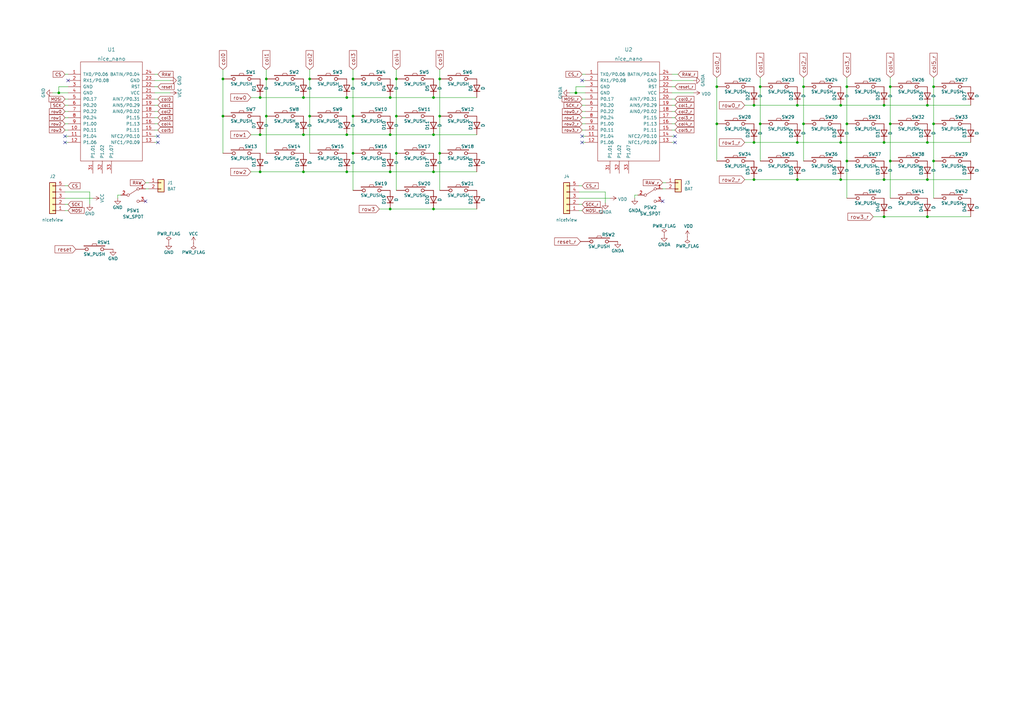
<source format=kicad_sch>
(kicad_sch (version 20211123) (generator eeschema)
  (paper "A3")
  (title_block (title "Corne Cherry") (date "2020-09-28") (rev "3.0.1") (company "foostan"))
  (lib_symbols
    (symbol "Connector_Generic:Conn_01x02" (pin_names (offset 1.016) hide)
      (property "Reference" "J" (at 0 2.54 0))
      (property "Value" "Conn_01x02" (at 0 -5.08 0))
      (symbol "Conn_01x02_1_1"
        (rectangle (start -1.27 -2.413) (end 0 -2.667) (stroke (width 0.1524)))
        (rectangle (start -1.27 0.127) (end 0 -0.127) (stroke (width 0.1524)))
        (rectangle (start -1.27 1.27) (end 1.27 -3.81) (stroke (width 0.254)) (fill (type background)))
        (pin passive line (at -5.08 0 0) (length 3.81) (name "Pin_1") (number "1"))
        (pin passive line (at -5.08 -2.54 0) (length 3.81) (name "Pin_2") (number "2"))
      )
    )
    (symbol "Connector_Generic:Conn_01x05" (pin_names (offset 1.016) hide)
      (property "Reference" "J" (at 0 7.62 0))
      (property "Value" "Conn_01x05" (at 0 -7.62 0))
      (symbol "Conn_01x05_1_1"
        (rectangle (start -1.27 -4.953) (end 0 -5.207) (stroke (width 0.1524)))
        (rectangle (start -1.27 -2.413) (end 0 -2.667) (stroke (width 0.1524)))
        (rectangle (start -1.27 0.127) (end 0 -0.127) (stroke (width 0.1524)))
        (rectangle (start -1.27 2.667) (end 0 2.413) (stroke (width 0.1524)))
        (rectangle (start -1.27 5.207) (end 0 4.953) (stroke (width 0.1524)))
        (rectangle (start -1.27 6.35) (end 1.27 -6.35) (stroke (width 0.254)) (fill (type background)))
        (pin passive line (at -5.08 5.08 0) (length 3.81) (name "Pin_1") (number "1"))
        (pin passive line (at -5.08 2.54 0) (length 3.81) (name "Pin_2") (number "2"))
        (pin passive line (at -5.08 0 0) (length 3.81) (name "Pin_3") (number "3"))
        (pin passive line (at -5.08 -2.54 0) (length 3.81) (name "Pin_4") (number "4"))
        (pin passive line (at -5.08 -5.08 0) (length 3.81) (name "Pin_5") (number "5"))
      )
    )
    (symbol "Device:D" (pin_numbers hide) (pin_names (offset 1.016) hide)
      (property "Reference" "D" (at 0 2.54 0))
      (property "Value" "D" (at 0 -2.54 0))
      (symbol "D_0_1"
        (polyline (pts (xy -1.27 1.27) (xy -1.27 -1.27)) (stroke (width 0.254)))
        (polyline (pts (xy 1.27 0) (xy -1.27 0)))
        (polyline (pts (xy 1.27 1.27) (xy 1.27 -1.27) (xy -1.27 0) (xy 1.27 1.27)) (stroke (width 0.254)))
      )
      (symbol "D_1_1"
        (pin passive line (at -3.81 0 0) (length 2.54) (name "K") (number "1"))
        (pin passive line (at 3.81 0 180) (length 2.54) (name "A") (number "2"))
      )
    )
    (symbol "Switch:SW_SPDT" (pin_names (offset 0) hide)
      (property "Reference" "SW" (at 0 4.318 0))
      (property "Value" "SW_SPDT" (at 0 -5.08 0))
      (symbol "SW_SPDT_0_0"
        (circle (center -2.032 0) (radius 0.508))
        (circle (center 2.032 -2.54) (radius 0.508))
      )
      (symbol "SW_SPDT_0_1"
        (polyline (pts (xy -1.524 0.254) (xy 1.651 2.286)))
        (circle (center 2.032 2.54) (radius 0.508))
      )
      (symbol "SW_SPDT_1_1"
        (pin passive line (at 5.08 2.54 180) (length 2.54) (name "A") (number "1"))
        (pin passive line (at -5.08 0 0) (length 2.54) (name "B") (number "2"))
        (pin passive line (at 5.08 -2.54 180) (length 2.54) (name "C") (number "3"))
      )
    )
    (symbol "kbd:SW_PUSH" (pin_numbers hide) (pin_names (offset 1.016) hide)
      (property "Reference" "SW" (at 3.81 2.794 0))
      (property "Value" "SW_PUSH" (at 0 -2.032 0))
      (symbol "SW_PUSH_0_1"
        (rectangle (start -4.318 1.27) (end 4.318 1.524))
        (polyline (pts (xy -1.016 1.524) (xy -0.762 2.286) (xy 0.762 2.286) (xy 1.016 1.524)))
        (pin passive inverted (at -7.62 0 0) (length 5.08) (name "1") (number "1"))
        (pin passive inverted (at 7.62 0 180) (length 5.08) (name "2") (number "2"))
      )
    )
    (symbol "nice_nano:nice_nano" (pin_names (offset 1.016))
      (property "Reference" "U" (at 0 0 0))
      (property "Value" "nice_nano" (at 0 2.54 0))
      (symbol "nice_nano_0_1"
        (rectangle (start -12.7 -21.59) (end 12.7 19.05))
      )
      (symbol "nice_nano_1_1"
        (pin input line (at -17.78 13.97 0) (length 5.08) (name "TX0/P0.06") (number "1"))
        (pin input line (at -17.78 -8.89 0) (length 5.08) (name "P0.11") (number "10"))
        (pin input line (at -17.78 -11.43 0) (length 5.08) (name "P1.04") (number "11"))
        (pin input line (at -17.78 -13.97 0) (length 5.08) (name "P1.06") (number "12"))
        (pin input line (at 17.78 -13.97 180) (length 5.08) (name "NFC1/P0.09") (number "13"))
        (pin input line (at 17.78 -11.43 180) (length 5.08) (name "NFC2/P0.10") (number "14"))
        (pin input line (at 17.78 -8.89 180) (length 5.08) (name "P1.11") (number "15"))
        (pin input line (at 17.78 -6.35 180) (length 5.08) (name "P1.13") (number "16"))
        (pin input line (at 17.78 -3.81 180) (length 5.08) (name "P1.15") (number "17"))
        (pin input line (at 17.78 -1.27 180) (length 5.08) (name "AIN0/P0.02") (number "18"))
        (pin input line (at 17.78 1.27 180) (length 5.08) (name "AIN5/P0.29") (number "19"))
        (pin input line (at -17.78 11.43 0) (length 5.08) (name "RX1/P0.08") (number "2"))
        (pin input line (at 17.78 3.81 180) (length 5.08) (name "AIN7/P0.31") (number "20"))
        (pin input line (at 17.78 6.35 180) (length 5.08) (name "VCC") (number "21"))
        (pin input line (at 17.78 8.89 180) (length 5.08) (name "RST") (number "22"))
        (pin input line (at 17.78 11.43 180) (length 5.08) (name "GND") (number "23"))
        (pin input line (at 17.78 13.97 180) (length 5.08) (name "BATIN/P0.04") (number "24"))
        (pin input line (at -17.78 8.89 0) (length 5.08) (name "GND") (number "3"))
        (pin input line (at -7.62 -26.67 90) (length 5.08) (name "P1.01") (number "31"))
        (pin input line (at -3.81 -26.67 90) (length 5.08) (name "P1.02") (number "32"))
        (pin input line (at 0 -26.67 90) (length 5.08) (name "P1.07") (number "33"))
        (pin input line (at -17.78 6.35 0) (length 5.08) (name "GND") (number "4"))
        (pin input line (at -17.78 3.81 0) (length 5.08) (name "P0.17") (number "5"))
        (pin input line (at -17.78 1.27 0) (length 5.08) (name "P0.20") (number "6"))
        (pin input line (at -17.78 -1.27 0) (length 5.08) (name "P0.22") (number "7"))
        (pin input line (at -17.78 -3.81 0) (length 5.08) (name "P0.24") (number "8"))
        (pin input line (at -17.78 -6.35 0) (length 5.08) (name "P1.00") (number "9"))
      )
    )
    (symbol "power:GND" (power) (pin_names (offset 0))
      (property "Value" "GND" (at 0 -3.81 0))
      (symbol "GND_0_1"
        (polyline (pts (xy 0 0) (xy 0 -1.27) (xy 1.27 -1.27) (xy 0 -2.54) (xy -1.27 -1.27) (xy 0 -1.27)))
      )
      (symbol "GND_1_1"
        (pin power_in line (at 0 0 270) (length 0) hide (name "GND") (number "1"))
      )
    )
    (symbol "power:GNDA" (power) (pin_names (offset 0))
      (property "Value" "GNDA" (at 0 -3.81 0))
      (symbol "GNDA_0_1"
        (polyline (pts (xy 0 0) (xy 0 -1.27) (xy 1.27 -1.27) (xy 0 -2.54) (xy -1.27 -1.27) (xy 0 -1.27)))
      )
      (symbol "GNDA_1_1"
        (pin power_in line (at 0 0 270) (length 0) hide (name "GNDA") (number "1"))
      )
    )
    (symbol "power:PWR_FLAG" (power) (pin_numbers hide) (pin_names (offset 0) hide)
      (property "Value" "PWR_FLAG" (at 0 3.81 0))
      (symbol "PWR_FLAG_0_0"
        (pin power_out line (at 0 0 90) (length 0) (name "pwr") (number "1"))
      )
      (symbol "PWR_FLAG_0_1"
        (polyline (pts (xy 0 0) (xy 0 1.27) (xy -1.016 1.905) (xy 0 2.54) (xy 1.016 1.905) (xy 0 1.27)))
      )
    )
    (symbol "power:VCC" (power) (pin_names (offset 0))
      (property "Value" "VCC" (at 0 3.81 0))
      (symbol "VCC_0_1"
        (polyline (pts (xy -0.762 1.27) (xy 0 2.54)))
        (polyline (pts (xy 0 0) (xy 0 2.54)))
        (polyline (pts (xy 0 2.54) (xy 0.762 1.27)))
      )
      (symbol "VCC_1_1"
        (pin power_in line (at 0 0 90) (length 0) hide (name "VCC") (number "1"))
      )
    )
    (symbol "power:VDD" (power) (pin_names (offset 0))
      (property "Value" "VDD" (at 0 3.81 0))
      (symbol "VDD_0_1"
        (polyline (pts (xy -0.762 1.27) (xy 0 2.54)))
        (polyline (pts (xy 0 0) (xy 0 2.54)))
        (polyline (pts (xy 0 2.54) (xy 0.762 1.27)))
      )
      (symbol "VDD_1_1"
        (pin power_in line (at 0 0 90) (length 0) hide (name "VDD") (number "1"))
      )
    )
  )
  (junction (at 162.56 62.865))
  (junction (at 109.22 47.625))
  (junction (at 365.125 66.04))
  (junction (at 180.34 47.625))
  (junction (at 124.46 55.245))
  (junction (at 347.345 66.04))
  (junction (at 160.02 40.005))
  (junction (at 127 47.625))
  (junction (at 106.68 70.485))
  (junction (at 160.02 85.725))
  (junction (at 382.905 35.56))
  (junction (at 160.02 55.245))
  (junction (at 380.365 58.42))
  (junction (at 177.8 40.005))
  (junction (at 327.025 73.66))
  (junction (at 362.585 73.66))
  (junction (at 380.365 43.18))
  (junction (at 362.585 58.42))
  (junction (at 329.565 50.8))
  (junction (at 162.56 47.625))
  (junction (at 327.025 58.42))
  (junction (at 294.005 50.8))
  (junction (at 91.44 32.385))
  (junction (at 124.46 70.485))
  (junction (at 347.345 35.56))
  (junction (at 327.025 43.18))
  (junction (at 329.565 35.56))
  (junction (at 309.245 43.18))
  (junction (at 344.805 58.42))
  (junction (at 162.56 32.385))
  (junction (at 124.46 40.005))
  (junction (at 177.8 85.725))
  (junction (at 106.68 55.245))
  (junction (at 142.24 55.245))
  (junction (at 362.585 88.9))
  (junction (at 109.22 32.385))
  (junction (at 180.34 62.865))
  (junction (at 177.8 70.485))
  (junction (at 91.44 47.625))
  (junction (at 380.365 88.9))
  (junction (at 311.785 50.8))
  (junction (at 127 32.385))
  (junction (at 236.22 38.1))
  (junction (at 309.245 58.42))
  (junction (at 294.005 35.56))
  (junction (at 347.345 50.8))
  (junction (at 24.13 38.1))
  (junction (at 365.125 50.8))
  (junction (at 344.805 43.18))
  (junction (at 160.02 70.485))
  (junction (at 144.78 32.385))
  (junction (at 365.125 35.56))
  (junction (at 309.245 73.66))
  (junction (at 311.785 35.56))
  (junction (at 382.905 50.8))
  (junction (at 177.8 55.245))
  (junction (at 106.68 40.005))
  (junction (at 180.34 32.385))
  (junction (at 380.365 73.66))
  (junction (at 142.24 40.005))
  (junction (at 382.905 66.04))
  (junction (at 344.805 73.66))
  (junction (at 144.78 47.625))
  (junction (at 362.585 43.18))
  (junction (at 142.24 70.485))
  (junction (at 144.78 62.865))
  (no_connect (at 238.76 33.02))
  (no_connect (at 271.78 82.55))
  (no_connect (at 238.76 58.42))
  (no_connect (at 27.94 33.02))
  (no_connect (at 26.67 58.42))
  (no_connect (at 238.76 55.88))
  (no_connect (at 64.77 58.42))
  (no_connect (at 276.86 55.88))
  (no_connect (at 26.67 55.88))
  (no_connect (at 276.86 58.42))
  (no_connect (at 64.77 55.88))
  (no_connect (at 59.69 82.55))
  (wire (pts (xy 91.44 28.575) (xy 91.44 32.385)))
  (wire (pts (xy 124.46 70.485) (xy 142.24 70.485)))
  (wire (pts (xy 238.76 30.48) (xy 240.03 30.48)))
  (wire (pts (xy 142.24 55.245) (xy 160.02 55.245)))
  (wire (pts (xy 276.86 40.64) (xy 275.59 40.64)))
  (wire (pts (xy 162.56 47.625) (xy 162.56 62.865)))
  (wire (pts (xy 36.83 83.82) (xy 36.83 78.74)))
  (wire (pts (xy 358.14 88.9) (xy 362.585 88.9)))
  (wire (pts (xy 327.025 58.42) (xy 344.805 58.42)))
  (wire (pts (xy 180.34 32.385) (xy 180.34 47.625)))
  (wire (pts (xy 238.76 43.18) (xy 240.03 43.18)))
  (wire (pts (xy 59.69 77.47) (xy 60.96 77.47)))
  (wire (pts (xy 144.78 32.385) (xy 144.78 47.625)))
  (wire (pts (xy 237.49 78.74) (xy 248.285 78.74)))
  (wire (pts (xy 64.77 40.64) (xy 63.5 40.64)))
  (wire (pts (xy 124.46 55.245) (xy 142.24 55.245)))
  (wire (pts (xy 347.345 31.75) (xy 347.345 35.56)))
  (wire (pts (xy 311.785 50.8) (xy 311.785 66.04)))
  (wire (pts (xy 91.44 47.625) (xy 91.44 62.865)))
  (wire (pts (xy 329.565 31.75) (xy 329.565 35.56)))
  (wire (pts (xy 26.67 53.34) (xy 27.94 53.34)))
  (wire (pts (xy 106.68 55.245) (xy 124.46 55.245)))
  (wire (pts (xy 26.67 45.72) (xy 27.94 45.72)))
  (wire (pts (xy 64.77 45.72) (xy 63.5 45.72)))
  (wire (pts (xy 260.35 80.01) (xy 261.62 80.01)))
  (wire (pts (xy 362.585 88.9) (xy 380.365 88.9)))
  (wire (pts (xy 327.025 73.66) (xy 344.805 73.66)))
  (wire (pts (xy 238.76 40.64) (xy 240.03 40.64)))
  (wire (pts (xy 109.22 47.625) (xy 109.22 62.865)))
  (wire (pts (xy 109.22 32.385) (xy 109.22 47.625)))
  (wire (pts (xy 102.87 70.485) (xy 106.68 70.485)))
  (wire (pts (xy 382.905 50.8) (xy 382.905 66.04)))
  (wire (pts (xy 26.67 81.28) (xy 38.1 81.28)))
  (wire (pts (xy 260.35 81.28) (xy 260.35 80.01)))
  (wire (pts (xy 271.78 77.47) (xy 273.05 77.47)))
  (wire (pts (xy 327.025 43.18) (xy 344.805 43.18)))
  (wire (pts (xy 64.77 50.8) (xy 63.5 50.8)))
  (wire (pts (xy 160.02 70.485) (xy 177.8 70.485)))
  (wire (pts (xy 64.77 43.18) (xy 63.5 43.18)))
  (wire (pts (xy 362.585 58.42) (xy 380.365 58.42)))
  (wire (pts (xy 238.76 53.34) (xy 240.03 53.34)))
  (wire (pts (xy 64.77 48.26) (xy 63.5 48.26)))
  (wire (pts (xy 24.13 35.56) (xy 24.13 38.1)))
  (wire (pts (xy 109.22 28.575) (xy 109.22 32.385)))
  (wire (pts (xy 236.22 35.56) (xy 236.22 38.1)))
  (wire (pts (xy 294.005 31.75) (xy 294.005 35.56)))
  (wire (pts (xy 347.345 35.56) (xy 347.345 50.8)))
  (wire (pts (xy 177.8 70.485) (xy 195.58 70.485)))
  (wire (pts (xy 276.86 35.56) (xy 275.59 35.56)))
  (wire (pts (xy 106.68 70.485) (xy 124.46 70.485)))
  (wire (pts (xy 177.8 55.245) (xy 195.58 55.245)))
  (wire (pts (xy 238.76 45.72) (xy 240.03 45.72)))
  (wire (pts (xy 365.125 50.8) (xy 365.125 66.04)))
  (wire (pts (xy 127 47.625) (xy 127 62.865)))
  (wire (pts (xy 64.77 30.48) (xy 63.5 30.48)))
  (wire (pts (xy 276.86 58.42) (xy 275.59 58.42)))
  (wire (pts (xy 27.94 76.2) (xy 26.67 76.2)))
  (wire (pts (xy 26.67 30.48) (xy 27.94 30.48)))
  (wire (pts (xy 362.585 43.18) (xy 380.365 43.18)))
  (wire (pts (xy 142.24 40.005) (xy 160.02 40.005)))
  (wire (pts (xy 26.67 43.18) (xy 27.94 43.18)))
  (wire (pts (xy 275.59 33.02) (xy 284.48 33.02)))
  (wire (pts (xy 142.24 70.485) (xy 160.02 70.485)))
  (wire (pts (xy 329.565 35.56) (xy 329.565 50.8)))
  (wire (pts (xy 127 32.385) (xy 127 47.625)))
  (wire (pts (xy 177.8 40.005) (xy 195.58 40.005)))
  (wire (pts (xy 63.5 33.02) (xy 69.85 33.02)))
  (wire (pts (xy 276.86 53.34) (xy 275.59 53.34)))
  (wire (pts (xy 365.125 66.04) (xy 365.125 81.28)))
  (wire (pts (xy 382.905 35.56) (xy 382.905 50.8)))
  (wire (pts (xy 365.125 31.75) (xy 365.125 35.56)))
  (wire (pts (xy 238.76 33.02) (xy 240.03 33.02)))
  (wire (pts (xy 102.87 55.245) (xy 106.68 55.245)))
  (wire (pts (xy 365.125 35.56) (xy 365.125 50.8)))
  (wire (pts (xy 347.345 66.04) (xy 347.345 81.28)))
  (wire (pts (xy 27.94 86.36) (xy 26.67 86.36)))
  (wire (pts (xy 180.34 62.865) (xy 180.34 78.105)))
  (wire (pts (xy 27.94 83.82) (xy 26.67 83.82)))
  (wire (pts (xy 144.78 47.625) (xy 144.78 62.865)))
  (wire (pts (xy 162.56 62.865) (xy 162.56 78.105)))
  (wire (pts (xy 380.365 73.66) (xy 398.145 73.66)))
  (wire (pts (xy 102.87 40.005) (xy 106.68 40.005)))
  (wire (pts (xy 344.805 58.42) (xy 362.585 58.42)))
  (wire (pts (xy 21.59 38.1) (xy 24.13 38.1)))
  (wire (pts (xy 278.13 30.48) (xy 275.59 30.48)))
  (wire (pts (xy 236.22 35.56) (xy 240.03 35.56)))
  (wire (pts (xy 344.805 43.18) (xy 362.585 43.18)))
  (wire (pts (xy 309.245 73.66) (xy 327.025 73.66)))
  (wire (pts (xy 305.435 43.18) (xy 309.245 43.18)))
  (wire (pts (xy 64.77 35.56) (xy 63.5 35.56)))
  (wire (pts (xy 305.435 73.66) (xy 309.245 73.66)))
  (wire (pts (xy 311.785 31.75) (xy 311.785 35.56)))
  (wire (pts (xy 106.68 40.005) (xy 124.46 40.005)))
  (wire (pts (xy 160.02 40.005) (xy 177.8 40.005)))
  (wire (pts (xy 64.77 53.34) (xy 63.5 53.34)))
  (wire (pts (xy 382.905 66.04) (xy 382.905 81.28)))
  (wire (pts (xy 64.77 58.42) (xy 63.5 58.42)))
  (wire (pts (xy 144.78 62.865) (xy 144.78 78.105)))
  (wire (pts (xy 276.86 45.72) (xy 275.59 45.72)))
  (wire (pts (xy 237.49 76.2) (xy 238.76 76.2)))
  (wire (pts (xy 305.435 58.42) (xy 309.245 58.42)))
  (wire (pts (xy 344.805 73.66) (xy 362.585 73.66)))
  (wire (pts (xy 238.76 55.88) (xy 240.03 55.88)))
  (wire (pts (xy 59.69 74.93) (xy 60.96 74.93)))
  (wire (pts (xy 48.26 80.01) (xy 49.53 80.01)))
  (wire (pts (xy 127 28.575) (xy 127 32.385)))
  (wire (pts (xy 177.8 85.725) (xy 195.58 85.725)))
  (wire (pts (xy 162.56 28.575) (xy 162.56 32.385)))
  (wire (pts (xy 26.67 40.64) (xy 27.94 40.64)))
  (wire (pts (xy 347.345 50.8) (xy 347.345 66.04)))
  (wire (pts (xy 276.86 43.18) (xy 275.59 43.18)))
  (wire (pts (xy 233.68 38.1) (xy 236.22 38.1)))
  (wire (pts (xy 160.02 55.245) (xy 177.8 55.245)))
  (wire (pts (xy 24.13 38.1) (xy 27.94 38.1)))
  (wire (pts (xy 309.245 58.42) (xy 327.025 58.42)))
  (wire (pts (xy 380.365 43.18) (xy 398.145 43.18)))
  (wire (pts (xy 64.77 55.88) (xy 63.5 55.88)))
  (wire (pts (xy 26.67 58.42) (xy 27.94 58.42)))
  (wire (pts (xy 238.76 83.82) (xy 237.49 83.82)))
  (wire (pts (xy 294.005 50.8) (xy 294.005 66.04)))
  (wire (pts (xy 236.22 38.1) (xy 240.03 38.1)))
  (wire (pts (xy 238.76 86.36) (xy 237.49 86.36)))
  (wire (pts (xy 180.34 28.575) (xy 180.34 32.385)))
  (wire (pts (xy 144.78 28.575) (xy 144.78 32.385)))
  (wire (pts (xy 380.365 58.42) (xy 398.145 58.42)))
  (wire (pts (xy 362.585 73.66) (xy 380.365 73.66)))
  (wire (pts (xy 26.67 78.74) (xy 36.83 78.74)))
  (wire (pts (xy 26.67 48.26) (xy 27.94 48.26)))
  (wire (pts (xy 124.46 40.005) (xy 142.24 40.005)))
  (wire (pts (xy 382.905 31.75) (xy 382.905 35.56)))
  (wire (pts (xy 276.86 50.8) (xy 275.59 50.8)))
  (wire (pts (xy 155.575 85.725) (xy 160.02 85.725)))
  (wire (pts (xy 63.5 38.1) (xy 69.85 38.1)))
  (wire (pts (xy 162.56 32.385) (xy 162.56 47.625)))
  (wire (pts (xy 24.13 35.56) (xy 27.94 35.56)))
  (wire (pts (xy 180.34 47.625) (xy 180.34 62.865)))
  (wire (pts (xy 329.565 50.8) (xy 329.565 66.04)))
  (wire (pts (xy 311.785 35.56) (xy 311.785 50.8)))
  (wire (pts (xy 48.26 81.28) (xy 48.26 80.01)))
  (wire (pts (xy 238.76 50.8) (xy 240.03 50.8)))
  (wire (pts (xy 91.44 32.385) (xy 91.44 47.625)))
  (wire (pts (xy 237.49 81.28) (xy 250.19 81.28)))
  (wire (pts (xy 275.59 38.1) (xy 284.48 38.1)))
  (wire (pts (xy 160.02 85.725) (xy 177.8 85.725)))
  (wire (pts (xy 380.365 88.9) (xy 398.145 88.9)))
  (wire (pts (xy 248.285 78.74) (xy 248.285 83.185)))
  (wire (pts (xy 238.76 48.26) (xy 240.03 48.26)))
  (wire (pts (xy 26.67 55.88) (xy 27.94 55.88)))
  (wire (pts (xy 294.005 35.56) (xy 294.005 50.8)))
  (wire (pts (xy 26.67 50.8) (xy 27.94 50.8)))
  (wire (pts (xy 271.78 74.93) (xy 273.05 74.93)))
  (wire (pts (xy 276.86 55.88) (xy 275.59 55.88)))
  (wire (pts (xy 309.245 43.18) (xy 327.025 43.18)))
  (wire (pts (xy 276.86 48.26) (xy 275.59 48.26)))
  (wire (pts (xy 238.76 58.42) (xy 240.03 58.42)))
  (global_label "col1" (shape input) (at 64.77 43.18 0) (effects (font (size 1.1938 1.1938))) (property "Intersheet References" "${INTERSHEET_REFS}" (effects hide)))
  (global_label "RAW" (shape input) (at 64.77 30.48 0) (property "Intersheet References" "${INTERSHEET_REFS}" (effects hide)))
  (global_label "reset" (shape input) (at 64.77 35.56 0) (effects (font (size 1.1938 1.1938))) (property "Intersheet References" "${INTERSHEET_REFS}" (effects hide)))
  (global_label "RAW" (shape input) (at 59.69 74.93 180) (property "Intersheet References" "${INTERSHEET_REFS}" (effects hide)))
  (global_label "col3" (shape input) (at 64.77 48.26 0) (effects (font (size 1.1938 1.1938))) (property "Intersheet References" "${INTERSHEET_REFS}" (effects hide)))
  (global_label "row2" (shape input) (at 26.67 50.8 180) (effects (font (size 1.1938 1.1938))) (property "Intersheet References" "${INTERSHEET_REFS}" (effects hide)))
  (global_label "row1_r" (shape input) (at 238.76 48.26 180) (effects (font (size 1.1938 1.1938))) (property "Intersheet References" "${INTERSHEET_REFS}" (effects hide)))
  (global_label "MOSI_r" (shape input) (at 238.76 40.64 180) (effects (font (size 1.1938 1.1938))) (property "Intersheet References" "${INTERSHEET_REFS}" (effects hide)))
  (global_label "col5_r" (shape input) (at 382.905 31.75 90) (effects (font (size 1.524 1.524))) (property "Intersheet References" "${INTERSHEET_REFS}" (effects hide)))
  (global_label "row0_r" (shape input) (at 305.435 43.18 180) (effects (font (size 1.524 1.524))) (property "Intersheet References" "${INTERSHEET_REFS}" (effects hide)))
  (global_label "RAW_r" (shape input) (at 278.13 30.48 0) (property "Intersheet References" "${INTERSHEET_REFS}" (effects hide)))
  (global_label "col5_r" (shape input) (at 276.86 53.34 0) (effects (font (size 1.1938 1.1938))) (property "Intersheet References" "${INTERSHEET_REFS}" (effects hide)))
  (global_label "col4" (shape input) (at 162.56 28.575 90) (effects (font (size 1.524 1.524))) (property "Intersheet References" "${INTERSHEET_REFS}" (effects hide)))
  (global_label "SCK_r" (shape input) (at 238.76 43.18 180) (effects (font (size 1.1938 1.1938))) (property "Intersheet References" "${INTERSHEET_REFS}" (effects hide)))
  (global_label "row0" (shape input) (at 26.67 45.72 180) (effects (font (size 1.1938 1.1938))) (property "Intersheet References" "${INTERSHEET_REFS}" (effects hide)))
  (global_label "MOSI_r" (shape input) (at 238.76 86.36 0) (effects (font (size 1.1938 1.1938))) (property "Intersheet References" "${INTERSHEET_REFS}" (effects hide)))
  (global_label "col0_r" (shape input) (at 294.005 31.75 90) (effects (font (size 1.524 1.524))) (property "Intersheet References" "${INTERSHEET_REFS}" (effects hide)))
  (global_label "col2" (shape input) (at 64.77 45.72 0) (effects (font (size 1.1938 1.1938))) (property "Intersheet References" "${INTERSHEET_REFS}" (effects hide)))
  (global_label "MOSI" (shape input) (at 27.94 86.36 0) (effects (font (size 1.1938 1.1938))) (property "Intersheet References" "${INTERSHEET_REFS}" (effects hide)))
  (global_label "row2" (shape input) (at 102.87 70.485 180) (effects (font (size 1.524 1.524))) (property "Intersheet References" "${INTERSHEET_REFS}" (effects hide)))
  (global_label "reset" (shape input) (at 31.115 102.235 180) (effects (font (size 1.524 1.524))) (property "Intersheet References" "${INTERSHEET_REFS}" (effects hide)))
  (global_label "col4_r" (shape input) (at 276.86 50.8 0) (effects (font (size 1.1938 1.1938))) (property "Intersheet References" "${INTERSHEET_REFS}" (effects hide)))
  (global_label "col2_r" (shape input) (at 329.565 31.75 90) (effects (font (size 1.524 1.524))) (property "Intersheet References" "${INTERSHEET_REFS}" (effects hide)))
  (global_label "SCK" (shape input) (at 27.94 83.82 0) (effects (font (size 1.1938 1.1938))) (property "Intersheet References" "${INTERSHEET_REFS}" (effects hide)))
  (global_label "col2_r" (shape input) (at 276.86 45.72 0) (effects (font (size 1.1938 1.1938))) (property "Intersheet References" "${INTERSHEET_REFS}" (effects hide)))
  (global_label "col0" (shape input) (at 91.44 28.575 90) (effects (font (size 1.524 1.524))) (property "Intersheet References" "${INTERSHEET_REFS}" (effects hide)))
  (global_label "CS_r" (shape input) (at 238.76 30.48 180) (property "Intersheet References" "${INTERSHEET_REFS}" (effects hide)))
  (global_label "col2" (shape input) (at 127 28.575 90) (effects (font (size 1.524 1.524))) (property "Intersheet References" "${INTERSHEET_REFS}" (effects hide)))
  (global_label "reset_r" (shape input) (at 276.86 35.56 0) (effects (font (size 1.1938 1.1938))) (property "Intersheet References" "${INTERSHEET_REFS}" (effects hide)))
  (global_label "col5" (shape input) (at 64.77 53.34 0) (effects (font (size 1.1938 1.1938))) (property "Intersheet References" "${INTERSHEET_REFS}" (effects hide)))
  (global_label "col1" (shape input) (at 109.22 28.575 90) (effects (font (size 1.524 1.524))) (property "Intersheet References" "${INTERSHEET_REFS}" (effects hide)))
  (global_label "col3_r" (shape input) (at 276.86 48.26 0) (effects (font (size 1.1938 1.1938))) (property "Intersheet References" "${INTERSHEET_REFS}" (effects hide)))
  (global_label "row3" (shape input) (at 26.67 53.34 180) (effects (font (size 1.1938 1.1938))) (property "Intersheet References" "${INTERSHEET_REFS}" (effects hide)))
  (global_label "row1" (shape input) (at 102.87 55.245 180) (effects (font (size 1.524 1.524))) (property "Intersheet References" "${INTERSHEET_REFS}" (effects hide)))
  (global_label "row1" (shape input) (at 26.67 48.26 180) (effects (font (size 1.1938 1.1938))) (property "Intersheet References" "${INTERSHEET_REFS}" (effects hide)))
  (global_label "row2_r" (shape input) (at 238.76 50.8 180) (effects (font (size 1.1938 1.1938))) (property "Intersheet References" "${INTERSHEET_REFS}" (effects hide)))
  (global_label "CS" (shape input) (at 27.94 76.2 0) (property "Intersheet References" "${INTERSHEET_REFS}" (effects hide)))
  (global_label "col4" (shape input) (at 64.77 50.8 0) (effects (font (size 1.1938 1.1938))) (property "Intersheet References" "${INTERSHEET_REFS}" (effects hide)))
  (global_label "col0_r" (shape input) (at 276.86 40.64 0) (effects (font (size 1.1938 1.1938))) (property "Intersheet References" "${INTERSHEET_REFS}" (effects hide)))
  (global_label "col0" (shape input) (at 64.77 40.64 0) (effects (font (size 1.1938 1.1938))) (property "Intersheet References" "${INTERSHEET_REFS}" (effects hide)))
  (global_label "col5" (shape input) (at 180.34 28.575 90) (effects (font (size 1.524 1.524))) (property "Intersheet References" "${INTERSHEET_REFS}" (effects hide)))
  (global_label "row3_r" (shape input) (at 238.76 53.34 180) (effects (font (size 1.1938 1.1938))) (property "Intersheet References" "${INTERSHEET_REFS}" (effects hide)))
  (global_label "CS" (shape input) (at 26.67 30.48 180) (property "Intersheet References" "${INTERSHEET_REFS}" (effects hide)))
  (global_label "row1_r" (shape input) (at 305.435 58.42 180) (effects (font (size 1.524 1.524))) (property "Intersheet References" "${INTERSHEET_REFS}" (effects hide)))
  (global_label "row0" (shape input) (at 102.87 40.005 180) (effects (font (size 1.524 1.524))) (property "Intersheet References" "${INTERSHEET_REFS}" (effects hide)))
  (global_label "SCK_r" (shape input) (at 238.76 83.82 0) (effects (font (size 1.1938 1.1938))) (property "Intersheet References" "${INTERSHEET_REFS}" (effects hide)))
  (global_label "reset_r" (shape input) (at 238.125 99.06 180) (effects (font (size 1.524 1.524))) (property "Intersheet References" "${INTERSHEET_REFS}" (effects hide)))
  (global_label "col3_r" (shape input) (at 347.345 31.75 90) (effects (font (size 1.524 1.524))) (property "Intersheet References" "${INTERSHEET_REFS}" (effects hide)))
  (global_label "row3" (shape input) (at 155.575 85.725 180) (effects (font (size 1.524 1.524))) (property "Intersheet References" "${INTERSHEET_REFS}" (effects hide)))
  (global_label "CS_r" (shape input) (at 238.76 76.2 0) (property "Intersheet References" "${INTERSHEET_REFS}" (effects hide)))
  (global_label "row0_r" (shape input) (at 238.76 45.72 180) (effects (font (size 1.1938 1.1938))) (property "Intersheet References" "${INTERSHEET_REFS}" (effects hide)))
  (global_label "col1_r" (shape input) (at 276.86 43.18 0) (effects (font (size 1.1938 1.1938))) (property "Intersheet References" "${INTERSHEET_REFS}" (effects hide)))
  (global_label "SCK" (shape input) (at 26.67 43.18 180) (effects (font (size 1.1938 1.1938))) (property "Intersheet References" "${INTERSHEET_REFS}" (effects hide)))
  (global_label "col4_r" (shape input) (at 365.125 31.75 90) (effects (font (size 1.524 1.524))) (property "Intersheet References" "${INTERSHEET_REFS}" (effects hide)))
  (global_label "col3" (shape input) (at 144.78 28.575 90) (effects (font (size 1.524 1.524))) (property "Intersheet References" "${INTERSHEET_REFS}" (effects hide)))
  (global_label "row2_r" (shape input) (at 305.435 73.66 180) (effects (font (size 1.524 1.524))) (property "Intersheet References" "${INTERSHEET_REFS}" (effects hide)))
  (global_label "col1_r" (shape input) (at 311.785 31.75 90) (effects (font (size 1.524 1.524))) (property "Intersheet References" "${INTERSHEET_REFS}" (effects hide)))
  (global_label "row3_r" (shape input) (at 358.14 88.9 180) (effects (font (size 1.524 1.524))) (property "Intersheet References" "${INTERSHEET_REFS}" (effects hide)))
  (global_label "RAW_r" (shape input) (at 271.78 74.93 180) (property "Intersheet References" "${INTERSHEET_REFS}" (effects hide)))
  (global_label "MOSI" (shape input) (at 26.67 40.64 180) (effects (font (size 1.1938 1.1938))) (property "Intersheet References" "${INTERSHEET_REFS}" (effects hide)))
  (symbol (lib_id "kbd:SW_PUSH") (at 116.84 32.385 0) (unit 1)
    (property "Reference" "SW2" (at 120.65 29.591 0))
    (property "Value" "SW_PUSH" (at 116.84 34.417 0))
    (property "Footprint" "kbd:ChocV1_V2_Hotswap" (effects hide))
  )
  (symbol (lib_id "Device:D") (at 124.46 36.195 90) (unit 1)
    (property "Reference" "D2" (at 121.92 36.195 0))
    (property "Value" "D" (at 127 36.195 0))
    (property "Footprint" "kbd:D3_SMD_v2" (effects hide))
  )
  (symbol (lib_id "kbd:SW_PUSH") (at 134.62 32.385 0) (unit 1)
    (property "Reference" "SW3" (at 138.43 29.591 0))
    (property "Value" "SW_PUSH" (at 134.62 34.417 0))
    (property "Footprint" "kbd:ChocV1_V2_Hotswap" (effects hide))
  )
  (symbol (lib_id "Device:D") (at 142.24 36.195 90) (unit 1)
    (property "Reference" "D3" (at 139.7 36.195 0))
    (property "Value" "D" (at 144.78 36.195 0))
    (property "Footprint" "kbd:D3_SMD_v2" (effects hide))
  )
  (symbol (lib_id "kbd:SW_PUSH") (at 152.4 32.385 0) (unit 1)
    (property "Reference" "SW4" (at 156.21 29.591 0))
    (property "Value" "SW_PUSH" (at 152.4 34.417 0))
    (property "Footprint" "kbd:ChocV1_V2_Hotswap" (effects hide))
  )
  (symbol (lib_id "kbd:SW_PUSH") (at 170.18 32.385 0) (unit 1)
    (property "Reference" "SW5" (at 173.99 29.591 0))
    (property "Value" "SW_PUSH" (at 170.18 34.417 0))
    (property "Footprint" "kbd:ChocV1_V2_Hotswap" (effects hide))
  )
  (symbol (lib_id "kbd:SW_PUSH") (at 187.96 32.385 0) (unit 1)
    (property "Reference" "SW6" (at 191.77 29.591 0))
    (property "Value" "SW_PUSH" (at 187.96 34.417 0))
    (property "Footprint" "kbd:ChocV1_V2_Hotswap" (effects hide))
  )
  (symbol (lib_id "Device:D") (at 160.02 36.195 90) (unit 1)
    (property "Reference" "D4" (at 157.48 36.195 0))
    (property "Value" "D" (at 162.56 36.195 0))
    (property "Footprint" "kbd:D3_SMD_v2" (effects hide))
  )
  (symbol (lib_id "Device:D") (at 177.8 36.195 90) (unit 1)
    (property "Reference" "D5" (at 175.26 36.195 0))
    (property "Value" "D" (at 180.34 36.195 0))
    (property "Footprint" "kbd:D3_SMD_v2" (effects hide))
  )
  (symbol (lib_id "Device:D") (at 195.58 36.195 90) (unit 1)
    (property "Reference" "D6" (at 193.04 36.195 0))
    (property "Value" "D" (at 198.12 36.195 0))
    (property "Footprint" "kbd:D3_SMD_v2" (effects hide))
  )
  (symbol (lib_id "kbd:SW_PUSH") (at 99.06 32.385 0) (unit 1)
    (property "Reference" "SW1" (at 102.87 29.591 0))
    (property "Value" "SW_PUSH" (at 99.06 34.417 0))
    (property "Footprint" "kbd:ChocV1_V2_Hotswap" (effects hide))
  )
  (symbol (lib_id "Device:D") (at 106.68 36.195 90) (unit 1)
    (property "Reference" "D1" (at 104.14 36.195 0))
    (property "Value" "D" (at 109.22 36.195 0))
    (property "Footprint" "kbd:D3_SMD_v2" (effects hide))
  )
  (symbol (lib_id "kbd:SW_PUSH") (at 116.84 47.625 0) (unit 1)
    (property "Reference" "SW8" (at 120.65 44.831 0))
    (property "Value" "SW_PUSH" (at 116.84 49.657 0))
    (property "Footprint" "kbd:ChocV1_V2_Hotswap" (effects hide))
  )
  (symbol (lib_id "Device:D") (at 124.46 51.435 90) (unit 1)
    (property "Reference" "D8" (at 121.92 51.435 0))
    (property "Value" "D" (at 127 51.435 0))
    (property "Footprint" "kbd:D3_SMD_v2" (effects hide))
  )
  (symbol (lib_id "kbd:SW_PUSH") (at 134.62 47.625 0) (unit 1)
    (property "Reference" "SW9" (at 138.43 44.831 0))
    (property "Value" "SW_PUSH" (at 134.62 49.657 0))
    (property "Footprint" "kbd:ChocV1_V2_Hotswap" (effects hide))
  )
  (symbol (lib_id "Device:D") (at 142.24 51.435 90) (unit 1)
    (property "Reference" "D9" (at 139.7 51.435 0))
    (property "Value" "D" (at 144.78 51.435 0))
    (property "Footprint" "kbd:D3_SMD_v2" (effects hide))
  )
  (symbol (lib_id "kbd:SW_PUSH") (at 152.4 47.625 0) (unit 1)
    (property "Reference" "SW10" (at 156.21 44.831 0))
    (property "Value" "SW_PUSH" (at 152.4 49.657 0))
    (property "Footprint" "kbd:ChocV1_V2_Hotswap" (effects hide))
  )
  (symbol (lib_id "kbd:SW_PUSH") (at 170.18 47.625 0) (unit 1)
    (property "Reference" "SW11" (at 173.99 44.831 0))
    (property "Value" "SW_PUSH" (at 170.18 49.657 0))
    (property "Footprint" "kbd:ChocV1_V2_Hotswap" (effects hide))
  )
  (symbol (lib_id "kbd:SW_PUSH") (at 187.96 47.625 0) (unit 1)
    (property "Reference" "SW12" (at 191.77 44.831 0))
    (property "Value" "SW_PUSH" (at 187.96 49.657 0))
    (property "Footprint" "kbd:ChocV1_V2_Hotswap" (effects hide))
  )
  (symbol (lib_id "Device:D") (at 160.02 51.435 90) (unit 1)
    (property "Reference" "D10" (at 157.48 51.435 0))
    (property "Value" "D" (at 162.56 51.435 0))
    (property "Footprint" "kbd:D3_SMD_v2" (effects hide))
  )
  (symbol (lib_id "Device:D") (at 177.8 51.435 90) (unit 1)
    (property "Reference" "D11" (at 175.26 51.435 0))
    (property "Value" "D" (at 180.34 51.435 0))
    (property "Footprint" "kbd:D3_SMD_v2" (effects hide))
  )
  (symbol (lib_id "Device:D") (at 195.58 51.435 90) (unit 1)
    (property "Reference" "D12" (at 193.04 51.435 0))
    (property "Value" "D" (at 198.12 51.435 0))
    (property "Footprint" "kbd:D3_SMD_v2" (effects hide))
  )
  (symbol (lib_id "kbd:SW_PUSH") (at 99.06 47.625 0) (unit 1)
    (property "Reference" "SW7" (at 102.87 44.831 0))
    (property "Value" "SW_PUSH" (at 99.06 49.657 0))
    (property "Footprint" "kbd:ChocV1_V2_Hotswap" (effects hide))
  )
  (symbol (lib_id "Device:D") (at 106.68 51.435 90) (unit 1)
    (property "Reference" "D7" (at 104.14 51.435 0))
    (property "Value" "D" (at 109.22 51.435 0))
    (property "Footprint" "kbd:D3_SMD_v2" (effects hide))
  )
  (symbol (lib_id "kbd:SW_PUSH") (at 116.84 62.865 0) (unit 1)
    (property "Reference" "SW14" (at 120.65 60.071 0))
    (property "Value" "SW_PUSH" (at 116.84 64.897 0))
    (property "Footprint" "kbd:ChocV1_V2_Hotswap" (effects hide))
  )
  (symbol (lib_id "Device:D") (at 124.46 66.675 90) (unit 1)
    (property "Reference" "D14" (at 121.92 66.675 0))
    (property "Value" "D" (at 127 66.675 0))
    (property "Footprint" "kbd:D3_SMD_v2" (effects hide))
  )
  (symbol (lib_id "kbd:SW_PUSH") (at 134.62 62.865 0) (unit 1)
    (property "Reference" "SW15" (at 138.43 60.071 0))
    (property "Value" "SW_PUSH" (at 134.62 64.897 0))
    (property "Footprint" "kbd:ChocV1_V2_Hotswap" (effects hide))
  )
  (symbol (lib_id "Device:D") (at 142.24 66.675 90) (unit 1)
    (property "Reference" "D15" (at 139.7 66.675 0))
    (property "Value" "D" (at 144.78 66.675 0))
    (property "Footprint" "kbd:D3_SMD_v2" (effects hide))
  )
  (symbol (lib_id "kbd:SW_PUSH") (at 152.4 62.865 0) (unit 1)
    (property "Reference" "SW16" (at 156.21 60.071 0))
    (property "Value" "SW_PUSH" (at 152.4 64.897 0))
    (property "Footprint" "kbd:ChocV1_V2_Hotswap" (effects hide))
  )
  (symbol (lib_id "kbd:SW_PUSH") (at 170.18 62.865 0) (unit 1)
    (property "Reference" "SW17" (at 173.99 60.071 0))
    (property "Value" "SW_PUSH" (at 170.18 64.897 0))
    (property "Footprint" "kbd:ChocV1_V2_Hotswap" (effects hide))
  )
  (symbol (lib_id "kbd:SW_PUSH") (at 187.96 62.865 0) (unit 1)
    (property "Reference" "SW18" (at 191.77 60.071 0))
    (property "Value" "SW_PUSH" (at 187.96 64.897 0))
    (property "Footprint" "kbd:ChocV1_V2_Hotswap" (effects hide))
  )
  (symbol (lib_id "Device:D") (at 160.02 66.675 90) (unit 1)
    (property "Reference" "D16" (at 157.48 66.675 0))
    (property "Value" "D" (at 162.56 66.675 0))
    (property "Footprint" "kbd:D3_SMD_v2" (effects hide))
  )
  (symbol (lib_id "Device:D") (at 177.8 66.675 90) (unit 1)
    (property "Reference" "D17" (at 175.26 66.675 0))
    (property "Value" "D" (at 180.34 66.675 0))
    (property "Footprint" "kbd:D3_SMD_v2" (effects hide))
  )
  (symbol (lib_id "Device:D") (at 195.58 66.675 90) (unit 1)
    (property "Reference" "D18" (at 193.04 66.675 0))
    (property "Value" "D" (at 198.12 66.675 0))
    (property "Footprint" "kbd:D3_SMD_v2" (effects hide))
  )
  (symbol (lib_id "kbd:SW_PUSH") (at 99.06 62.865 0) (unit 1)
    (property "Reference" "SW13" (at 102.87 60.071 0))
    (property "Value" "SW_PUSH" (at 99.06 64.897 0))
    (property "Footprint" "kbd:ChocV1_V2_Hotswap" (effects hide))
  )
  (symbol (lib_id "Device:D") (at 106.68 66.675 90) (unit 1)
    (property "Reference" "D13" (at 104.14 66.675 0))
    (property "Value" "D" (at 109.22 66.675 0))
    (property "Footprint" "kbd:D3_SMD_v2" (effects hide))
  )
  (symbol (lib_id "kbd:SW_PUSH") (at 170.18 78.105 0) (unit 1)
    (property "Reference" "SW20" (at 173.99 75.311 0))
    (property "Value" "SW_PUSH" (at 170.18 80.137 0))
    (property "Footprint" "kbd:ChocV1_V2_Hotswap" (effects hide))
  )
  (symbol (lib_id "Device:D") (at 177.8 81.915 90) (unit 1)
    (property "Reference" "D20" (at 175.26 81.915 0))
    (property "Value" "D" (at 180.34 81.915 0))
    (property "Footprint" "kbd:D3_SMD_v2" (effects hide))
  )
  (symbol (lib_id "kbd:SW_PUSH") (at 187.96 78.105 0) (unit 1)
    (property "Reference" "SW21" (at 191.77 75.311 0))
    (property "Value" "SW_PUSH" (at 187.96 80.137 0))
    (property "Footprint" "kbd:ChocV1_V2_Hotswap_1.5u" (effects hide))
  )
  (symbol (lib_id "Device:D") (at 195.58 81.915 90) (unit 1)
    (property "Reference" "D21" (at 193.04 81.915 0))
    (property "Value" "D" (at 198.12 81.915 0))
    (property "Footprint" "kbd:D3_SMD_v2" (effects hide))
  )
  (symbol (lib_id "kbd:SW_PUSH") (at 152.4 78.105 0) (unit 1)
    (property "Reference" "SW19" (at 156.21 75.311 0))
    (property "Value" "SW_PUSH" (at 152.4 80.137 0))
    (property "Footprint" "kbd:ChocV1_V2_Hotswap" (effects hide))
  )
  (symbol (lib_id "Device:D") (at 160.02 81.915 90) (unit 1)
    (property "Reference" "D19" (at 157.48 81.915 0))
    (property "Value" "D" (at 162.56 81.915 0))
    (property "Footprint" "kbd:D3_SMD_v2" (effects hide))
  )
  (symbol (lib_id "power:GND") (at 69.85 33.02 90) (unit 1)
    (property "Reference" "#PWR07" (effects hide))
    (property "Value" "GND" (at 73.66 33.02 0))
  )
  (symbol (lib_id "power:VCC") (at 69.85 38.1 270) (unit 1)
    (property "Reference" "#PWR09" (effects hide))
    (property "Value" "VCC" (at 73.66 38.1 0))
  )
  (symbol (lib_id "power:GND") (at 21.59 38.1 270) (unit 1)
    (property "Reference" "#PWR08" (effects hide))
    (property "Value" "GND" (at 17.78 38.1 0))
  )
  (symbol (lib_id "power:GND") (at 69.215 99.695 0) (unit 1)
    (property "Reference" "#PWR04" (effects hide))
    (property "Value" "GND" (at 69.215 103.505 0))
  )
  (symbol (lib_id "power:VCC") (at 79.375 99.695 0) (unit 1)
    (property "Reference" "#PWR05" (effects hide))
    (property "Value" "VCC" (at 79.375 95.885 0))
  )
  (symbol (lib_id "power:PWR_FLAG") (at 79.375 99.695 180) (unit 1)
    (property "Reference" "#FLG02" (effects hide))
    (property "Value" "PWR_FLAG" (at 79.375 103.505 0))
  )
  (symbol (lib_id "power:PWR_FLAG") (at 69.215 99.695 0) (unit 1)
    (property "Reference" "#FLG01" (effects hide))
    (property "Value" "PWR_FLAG" (at 69.215 95.885 0))
  )
  (symbol (lib_id "kbd:SW_PUSH") (at 38.735 102.235 0) (unit 1)
    (property "Reference" "RSW1" (at 42.545 99.441 0))
    (property "Value" "SW_PUSH" (at 38.735 104.267 0))
    (property "Footprint" "keeblib:alps_sksn" (effects hide))
  )
  (symbol (lib_id "power:GND") (at 46.355 102.235 0) (unit 1)
    (property "Reference" "#PWR06" (effects hide))
    (property "Value" "GND" (at 46.355 106.045 0))
  )
  (symbol (lib_id "power:GND") (at 36.83 83.82 0) (unit 1)
    (property "Reference" "#PWR013" (effects hide))
    (property "Value" "GND" (at 36.83 87.63 0))
  )
  (symbol (lib_id "power:VCC") (at 38.1 81.28 270) (unit 1)
    (property "Reference" "#PWR012" (effects hide))
    (property "Value" "VCC" (at 41.91 81.28 0))
  )
  (symbol (lib_id "kbd:SW_PUSH") (at 319.405 35.56 0) (unit 1)
    (property "Reference" "SW23" (at 323.215 32.766 0))
    (property "Value" "SW_PUSH" (at 319.405 37.592 0))
    (property "Footprint" "kbd:ChocV1_V2_Hotswap" (effects hide))
  )
  (symbol (lib_id "Device:D") (at 327.025 39.37 90) (unit 1)
    (property "Reference" "D23" (at 324.485 39.37 0))
    (property "Value" "D" (at 329.565 39.37 0))
    (property "Footprint" "kbd:D3_SMD_v2" (effects hide))
  )
  (symbol (lib_id "kbd:SW_PUSH") (at 337.185 35.56 0) (unit 1)
    (property "Reference" "SW24" (at 340.995 32.766 0))
    (property "Value" "SW_PUSH" (at 337.185 37.592 0))
    (property "Footprint" "kbd:ChocV1_V2_Hotswap" (effects hide))
  )
  (symbol (lib_id "Device:D") (at 344.805 39.37 90) (unit 1)
    (property "Reference" "D24" (at 342.265 39.37 0))
    (property "Value" "D" (at 347.345 39.37 0))
    (property "Footprint" "kbd:D3_SMD_v2" (effects hide))
  )
  (symbol (lib_id "kbd:SW_PUSH") (at 354.965 35.56 0) (unit 1)
    (property "Reference" "SW25" (at 358.775 32.766 0))
    (property "Value" "SW_PUSH" (at 354.965 37.592 0))
    (property "Footprint" "kbd:ChocV1_V2_Hotswap" (effects hide))
  )
  (symbol (lib_id "kbd:SW_PUSH") (at 372.745 35.56 0) (unit 1)
    (property "Reference" "SW26" (at 376.555 32.766 0))
    (property "Value" "SW_PUSH" (at 372.745 37.592 0))
    (property "Footprint" "kbd:ChocV1_V2_Hotswap" (effects hide))
  )
  (symbol (lib_id "kbd:SW_PUSH") (at 390.525 35.56 0) (unit 1)
    (property "Reference" "SW27" (at 394.335 32.766 0))
    (property "Value" "SW_PUSH" (at 390.525 37.592 0))
    (property "Footprint" "kbd:ChocV1_V2_Hotswap" (effects hide))
  )
  (symbol (lib_id "Device:D") (at 362.585 39.37 90) (unit 1)
    (property "Reference" "D25" (at 360.045 39.37 0))
    (property "Value" "D" (at 365.125 39.37 0))
    (property "Footprint" "kbd:D3_SMD_v2" (effects hide))
  )
  (symbol (lib_id "Device:D") (at 380.365 39.37 90) (unit 1)
    (property "Reference" "D26" (at 377.825 39.37 0))
    (property "Value" "D" (at 382.905 39.37 0))
    (property "Footprint" "kbd:D3_SMD_v2" (effects hide))
  )
  (symbol (lib_id "Device:D") (at 398.145 39.37 90) (unit 1)
    (property "Reference" "D27" (at 395.605 39.37 0))
    (property "Value" "D" (at 400.685 39.37 0))
    (property "Footprint" "kbd:D3_SMD_v2" (effects hide))
  )
  (symbol (lib_id "kbd:SW_PUSH") (at 301.625 35.56 0) (unit 1)
    (property "Reference" "SW22" (at 305.435 32.766 0))
    (property "Value" "SW_PUSH" (at 301.625 37.592 0))
    (property "Footprint" "kbd:ChocV1_V2_Hotswap" (effects hide))
  )
  (symbol (lib_id "Device:D") (at 309.245 39.37 90) (unit 1)
    (property "Reference" "D22" (at 306.705 39.37 0))
    (property "Value" "D" (at 311.785 39.37 0))
    (property "Footprint" "kbd:D3_SMD_v2" (effects hide))
  )
  (symbol (lib_id "kbd:SW_PUSH") (at 319.405 50.8 0) (unit 1)
    (property "Reference" "SW29" (at 323.215 48.006 0))
    (property "Value" "SW_PUSH" (at 319.405 52.832 0))
    (property "Footprint" "kbd:ChocV1_V2_Hotswap" (effects hide))
  )
  (symbol (lib_id "Device:D") (at 327.025 54.61 90) (unit 1)
    (property "Reference" "D29" (at 324.485 54.61 0))
    (property "Value" "D" (at 329.565 54.61 0))
    (property "Footprint" "kbd:D3_SMD_v2" (effects hide))
  )
  (symbol (lib_id "kbd:SW_PUSH") (at 337.185 50.8 0) (unit 1)
    (property "Reference" "SW30" (at 340.995 48.006 0))
    (property "Value" "SW_PUSH" (at 337.185 52.832 0))
    (property "Footprint" "kbd:ChocV1_V2_Hotswap" (effects hide))
  )
  (symbol (lib_id "Device:D") (at 344.805 54.61 90) (unit 1)
    (property "Reference" "D30" (at 342.265 54.61 0))
    (property "Value" "D" (at 347.345 54.61 0))
    (property "Footprint" "kbd:D3_SMD_v2" (effects hide))
  )
  (symbol (lib_id "kbd:SW_PUSH") (at 354.965 50.8 0) (unit 1)
    (property "Reference" "SW31" (at 358.775 48.006 0))
    (property "Value" "SW_PUSH" (at 354.965 52.832 0))
    (property "Footprint" "kbd:ChocV1_V2_Hotswap" (effects hide))
  )
  (symbol (lib_id "kbd:SW_PUSH") (at 372.745 50.8 0) (unit 1)
    (property "Reference" "SW32" (at 376.555 48.006 0))
    (property "Value" "SW_PUSH" (at 372.745 52.832 0))
    (property "Footprint" "kbd:ChocV1_V2_Hotswap" (effects hide))
  )
  (symbol (lib_id "kbd:SW_PUSH") (at 390.525 50.8 0) (unit 1)
    (property "Reference" "SW33" (at 394.335 48.006 0))
    (property "Value" "SW_PUSH" (at 390.525 52.832 0))
    (property "Footprint" "kbd:ChocV1_V2_Hotswap" (effects hide))
  )
  (symbol (lib_id "Device:D") (at 362.585 54.61 90) (unit 1)
    (property "Reference" "D31" (at 360.045 54.61 0))
    (property "Value" "D" (at 365.125 54.61 0))
    (property "Footprint" "kbd:D3_SMD_v2" (effects hide))
  )
  (symbol (lib_id "Device:D") (at 380.365 54.61 90) (unit 1)
    (property "Reference" "D32" (at 377.825 54.61 0))
    (property "Value" "D" (at 382.905 54.61 0))
    (property "Footprint" "kbd:D3_SMD_v2" (effects hide))
  )
  (symbol (lib_id "Device:D") (at 398.145 54.61 90) (unit 1)
    (property "Reference" "D33" (at 395.605 54.61 0))
    (property "Value" "D" (at 400.685 54.61 0))
    (property "Footprint" "kbd:D3_SMD_v2" (effects hide))
  )
  (symbol (lib_id "kbd:SW_PUSH") (at 301.625 50.8 0) (unit 1)
    (property "Reference" "SW28" (at 305.435 48.006 0))
    (property "Value" "SW_PUSH" (at 301.625 52.832 0))
    (property "Footprint" "kbd:ChocV1_V2_Hotswap" (effects hide))
  )
  (symbol (lib_id "Device:D") (at 309.245 54.61 90) (unit 1)
    (property "Reference" "D28" (at 306.705 54.61 0))
    (property "Value" "D" (at 311.785 54.61 0))
    (property "Footprint" "kbd:D3_SMD_v2" (effects hide))
  )
  (symbol (lib_id "kbd:SW_PUSH") (at 319.405 66.04 0) (unit 1)
    (property "Reference" "SW35" (at 323.215 63.246 0))
    (property "Value" "SW_PUSH" (at 319.405 68.072 0))
    (property "Footprint" "kbd:ChocV1_V2_Hotswap" (effects hide))
  )
  (symbol (lib_id "Device:D") (at 327.025 69.85 90) (unit 1)
    (property "Reference" "D35" (at 324.485 69.85 0))
    (property "Value" "D" (at 329.565 69.85 0))
    (property "Footprint" "kbd:D3_SMD_v2" (effects hide))
  )
  (symbol (lib_id "kbd:SW_PUSH") (at 337.185 66.04 0) (unit 1)
    (property "Reference" "SW36" (at 340.995 63.246 0))
    (property "Value" "SW_PUSH" (at 337.185 68.072 0))
    (property "Footprint" "kbd:ChocV1_V2_Hotswap" (effects hide))
  )
  (symbol (lib_id "Device:D") (at 344.805 69.85 90) (unit 1)
    (property "Reference" "D36" (at 342.265 69.85 0))
    (property "Value" "D" (at 347.345 69.85 0))
    (property "Footprint" "kbd:D3_SMD_v2" (effects hide))
  )
  (symbol (lib_id "kbd:SW_PUSH") (at 354.965 66.04 0) (unit 1)
    (property "Reference" "SW37" (at 358.775 63.246 0))
    (property "Value" "SW_PUSH" (at 354.965 68.072 0))
    (property "Footprint" "kbd:ChocV1_V2_Hotswap" (effects hide))
  )
  (symbol (lib_id "kbd:SW_PUSH") (at 372.745 66.04 0) (unit 1)
    (property "Reference" "SW38" (at 376.555 63.246 0))
    (property "Value" "SW_PUSH" (at 372.745 68.072 0))
    (property "Footprint" "kbd:ChocV1_V2_Hotswap" (effects hide))
  )
  (symbol (lib_id "kbd:SW_PUSH") (at 390.525 66.04 0) (unit 1)
    (property "Reference" "SW39" (at 394.335 63.246 0))
    (property "Value" "SW_PUSH" (at 390.525 68.072 0))
    (property "Footprint" "kbd:ChocV1_V2_Hotswap" (effects hide))
  )
  (symbol (lib_id "Device:D") (at 362.585 69.85 90) (unit 1)
    (property "Reference" "D37" (at 360.045 69.85 0))
    (property "Value" "D" (at 365.125 69.85 0))
    (property "Footprint" "kbd:D3_SMD_v2" (effects hide))
  )
  (symbol (lib_id "Device:D") (at 380.365 69.85 90) (unit 1)
    (property "Reference" "D38" (at 377.825 69.85 0))
    (property "Value" "D" (at 382.905 69.85 0))
    (property "Footprint" "kbd:D3_SMD_v2" (effects hide))
  )
  (symbol (lib_id "Device:D") (at 398.145 69.85 90) (unit 1)
    (property "Reference" "D39" (at 395.605 69.85 0))
    (property "Value" "D" (at 400.685 69.85 0))
    (property "Footprint" "kbd:D3_SMD_v2" (effects hide))
  )
  (symbol (lib_id "kbd:SW_PUSH") (at 301.625 66.04 0) (unit 1)
    (property "Reference" "SW34" (at 305.435 63.246 0))
    (property "Value" "SW_PUSH" (at 301.625 68.072 0))
    (property "Footprint" "kbd:ChocV1_V2_Hotswap" (effects hide))
  )
  (symbol (lib_id "Device:D") (at 309.245 69.85 90) (unit 1)
    (property "Reference" "D34" (at 306.705 69.85 0))
    (property "Value" "D" (at 311.785 69.85 0))
    (property "Footprint" "kbd:D3_SMD_v2" (effects hide))
  )
  (symbol (lib_id "kbd:SW_PUSH") (at 372.745 81.28 0) (unit 1)
    (property "Reference" "SW41" (at 376.555 78.486 0))
    (property "Value" "SW_PUSH" (at 372.745 83.312 0))
    (property "Footprint" "kbd:ChocV1_V2_Hotswap" (effects hide))
  )
  (symbol (lib_id "Device:D") (at 380.365 85.09 90) (unit 1)
    (property "Reference" "D41" (at 377.825 85.09 0))
    (property "Value" "D" (at 382.905 85.09 0))
    (property "Footprint" "kbd:D3_SMD_v2" (effects hide))
  )
  (symbol (lib_id "kbd:SW_PUSH") (at 390.525 81.28 0) (unit 1)
    (property "Reference" "SW42" (at 394.335 78.486 0))
    (property "Value" "SW_PUSH" (at 390.525 83.312 0))
    (property "Footprint" "kbd:ChocV1_V2_Hotswap_1.5u" (effects hide))
  )
  (symbol (lib_id "Device:D") (at 398.145 85.09 90) (unit 1)
    (property "Reference" "D42" (at 395.605 85.09 0))
    (property "Value" "D" (at 400.685 85.09 0))
    (property "Footprint" "kbd:D3_SMD_v2" (effects hide))
  )
  (symbol (lib_id "kbd:SW_PUSH") (at 354.965 81.28 0) (unit 1)
    (property "Reference" "SW40" (at 358.775 78.486 0))
    (property "Value" "SW_PUSH" (at 354.965 83.312 0))
    (property "Footprint" "kbd:ChocV1_V2_Hotswap" (effects hide))
  )
  (symbol (lib_id "Device:D") (at 362.585 85.09 90) (unit 1)
    (property "Reference" "D40" (at 360.045 85.09 0))
    (property "Value" "D" (at 365.125 85.09 0))
    (property "Footprint" "kbd:D3_SMD_v2" (effects hide))
  )
  (symbol (lib_id "power:GNDA") (at 284.48 33.02 90) (unit 1)
    (property "Reference" "#PWR017" (effects hide))
    (property "Value" "GNDA" (at 288.29 33.02 0))
  )
  (symbol (lib_id "power:GNDA") (at 233.68 38.1 270) (unit 1)
    (property "Reference" "#PWR018" (effects hide))
    (property "Value" "GNDA" (at 229.87 38.1 0))
  )
  (symbol (lib_id "kbd:SW_PUSH") (at 245.745 99.06 0) (unit 1)
    (property "Reference" "RSW2" (at 249.555 96.266 0))
    (property "Value" "SW_PUSH" (at 245.745 101.092 0))
    (property "Footprint" "keeblib:alps_sksn" (effects hide))
  )
  (symbol (lib_id "power:GNDA") (at 253.365 99.06 0) (unit 1)
    (property "Reference" "#PWR020" (effects hide))
    (property "Value" "GNDA" (at 253.365 102.87 0))
  )
  (symbol (lib_id "power:GNDA") (at 248.285 83.185 0) (unit 1)
    (property "Reference" "#PWR024" (effects hide))
    (property "Value" "GNDA" (at 248.285 86.995 0))
  )
  (symbol (lib_id "power:VDD") (at 284.48 38.1 270) (unit 1)
    (property "Reference" "#PWR019" (effects hide))
    (property "Value" "VDD" (at 287.7312 38.5318 90) (effects (justify left)))
  )
  (symbol (lib_id "power:VDD") (at 250.19 81.28 270) (unit 1)
    (property "Reference" "#PWR023" (effects hide))
    (property "Value" "VDD" (at 253.4412 81.7118 90) (effects (justify left)))
  )
  (symbol (lib_id "power:PWR_FLAG") (at 281.94 97.155 180) (unit 1)
    (property "Reference" "#FLG04" (effects hide))
    (property "Value" "PWR_FLAG" (at 281.94 100.965 0))
  )
  (symbol (lib_id "power:VDD") (at 281.94 97.155 0) (unit 1)
    (property "Reference" "#PWR016" (effects hide))
    (property "Value" "VDD" (at 282.3718 92.7608 0))
  )
  (symbol (lib_id "power:GNDA") (at 272.415 96.52 0) (unit 1)
    (property "Reference" "#PWR015" (effects hide))
    (property "Value" "GNDA" (at 272.415 100.33 0))
  )
  (symbol (lib_id "power:PWR_FLAG") (at 272.415 96.52 0) (unit 1)
    (property "Reference" "#FLG03" (effects hide))
    (property "Value" "PWR_FLAG" (at 272.415 92.71 0))
  )
  (symbol (lib_id "Switch:SW_SPDT") (at 266.7 80.01 0) (unit 1)
    (property "Reference" "PSW2" (at 266.7 85.09 0))
    (property "Value" "SW_SPDT" (at 266.7 87.63 0))
    (property "Footprint" "keeblib:switch_SSSS811101" (effects hide))
  )
  (symbol (lib_id "Connector_Generic:Conn_01x05") (at 232.41 81.28 180) (unit 1)
    (property "Reference" "J4" (at 232.41 72.39 0))
    (property "Value" "nice!view" (at 232.41 90.17 0))
    (property "Footprint" "Connector_PinSocket_2.54mm:PinSocket_1x05_P2.54mm_Vertical" (effects hide))
  )
  (symbol (lib_id "power:GND") (at 48.26 81.28 0) (unit 1)
    (property "Reference" "#PWR0101" (effects hide))
    (property "Value" "GND" (at 48.26 85.09 0))
  )
  (symbol (lib_id "Connector_Generic:Conn_01x05") (at 21.59 81.28 180) (unit 1)
    (property "Reference" "J2" (at 21.59 72.39 0))
    (property "Value" "nice!view" (at 21.59 90.17 0))
    (property "Footprint" "Connector_PinSocket_2.54mm:PinSocket_1x05_P2.54mm_Vertical" (effects hide))
  )
  (symbol (lib_id "Connector_Generic:Conn_01x02") (at 278.13 74.93 0) (unit 1)
    (property "Reference" "J3" (at 280.67 74.9299 0) (effects (justify left)))
    (property "Value" "BAT" (at 280.67 77.4699 0) (effects (justify left)))
    (property "Footprint" "Connector_JST:JST_PH_S2B-PH-SM4-TB_1x02-1MP_P2.00mm_Horizontal" (effects hide))
  )
  (symbol (lib_id "Switch:SW_SPDT") (at 54.61 80.01 0) (unit 1)
    (property "Reference" "PSW1" (at 54.61 86.36 0))
    (property "Value" "SW_SPDT" (at 54.61 88.9 0))
    (property "Footprint" "keeblib:switch_SSSS811101" (effects hide))
  )
  (symbol (lib_id "nice_nano:nice_nano") (at 45.72 44.45 0) (unit 1)
    (property "Reference" "U1" (at 45.72 20.32 0) (effects (font (size 1.524 1.524))))
    (property "Value" "nice_nano" (at 45.72 24.13 0) (effects (font (size 1.524 1.524))))
    (property "Footprint" "nice-nano-kicad:nice_nano" (effects hide))
  )
  (symbol (lib_id "nice_nano:nice_nano") (at 257.81 44.45 0) (unit 1)
    (property "Reference" "U2" (at 257.81 20.32 0) (effects (font (size 1.524 1.524))))
    (property "Value" "nice_nano" (at 257.81 24.13 0) (effects (font (size 1.524 1.524))))
    (property "Footprint" "nice-nano-kicad:nice_nano" (effects hide))
  )
  (symbol (lib_id "Connector_Generic:Conn_01x02") (at 66.04 74.93 0) (unit 1)
    (property "Reference" "J1" (at 68.58 74.9299 0) (effects (justify left)))
    (property "Value" "BAT" (at 68.58 77.4699 0) (effects (justify left)))
    (property "Footprint" "Connector_JST:JST_PH_S2B-PH-SM4-TB_1x02-1MP_P2.00mm_Horizontal" (effects hide))
  )
  (symbol (lib_id "power:GNDA") (at 260.35 81.28 0) (unit 1)
    (property "Reference" "#PWR0102" (effects hide))
    (property "Value" "GNDA" (at 260.35 86.36 0))
  )
)
</source>
